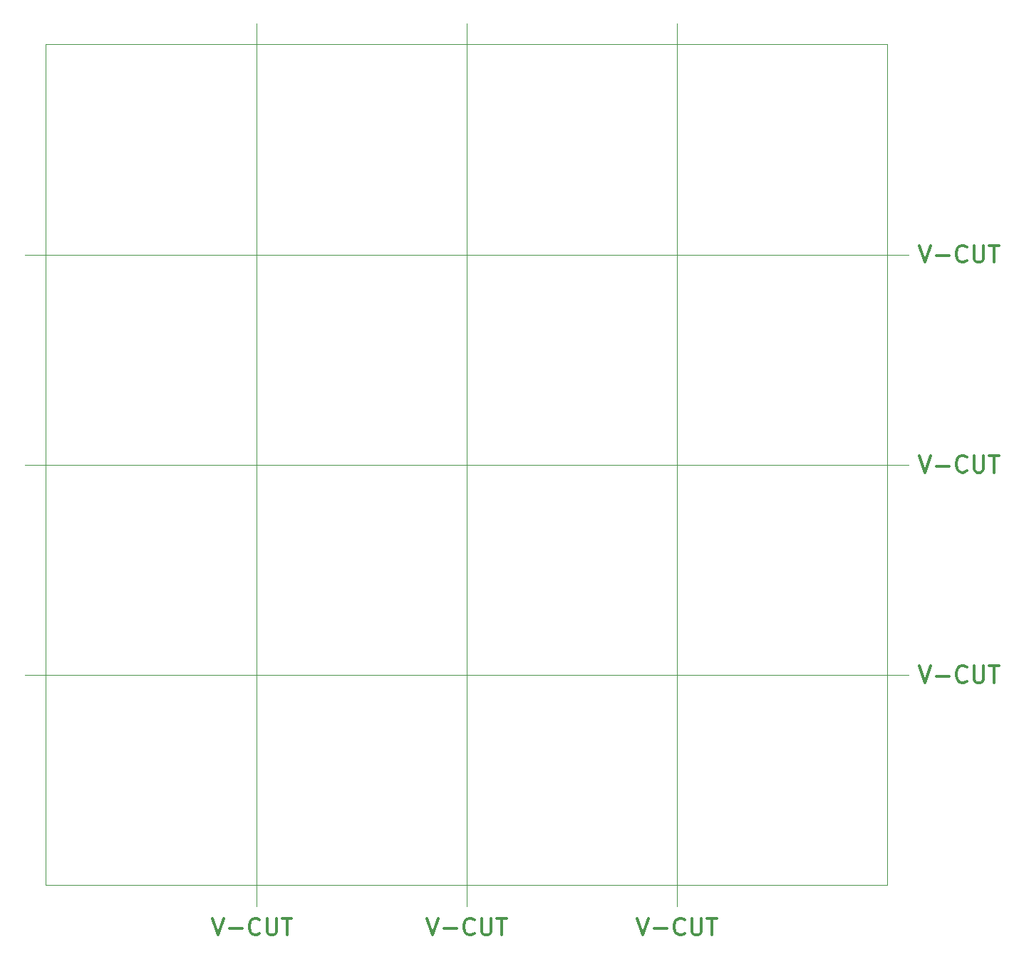
<source format=gbr>
G04 #@! TF.GenerationSoftware,KiCad,Pcbnew,(6.0.6)*
G04 #@! TF.CreationDate,2022-08-12T14:57:57+09:00*
G04 #@! TF.ProjectId,tutorial1-PNLZ,7475746f-7269-4616-9c31-2d504e4c5a2e,1*
G04 #@! TF.SameCoordinates,PX7bfa480PY7bfa480*
G04 #@! TF.FileFunction,Profile,NP*
%FSLAX46Y46*%
G04 Gerber Fmt 4.6, Leading zero omitted, Abs format (unit mm)*
G04 Created by KiCad (PCBNEW (6.0.6)) date 2022-08-12 14:57:57*
%MOMM*%
%LPD*%
G01*
G04 APERTURE LIST*
%ADD10C,0.300000*%
G04 #@! TA.AperFunction,Profile*
%ADD11C,0.100000*%
G04 #@! TD*
G04 APERTURE END LIST*
D10*
X-30214286Y-28904761D02*
X-29547620Y-30904761D01*
X-28880953Y-28904761D01*
X-28214286Y-30142857D02*
X-26690477Y-30142857D01*
X-24595239Y-30714285D02*
X-24690477Y-30809523D01*
X-24976191Y-30904761D01*
X-25166667Y-30904761D01*
X-25452381Y-30809523D01*
X-25642858Y-30619047D01*
X-25738096Y-30428571D01*
X-25833334Y-30047619D01*
X-25833334Y-29761904D01*
X-25738096Y-29380952D01*
X-25642858Y-29190476D01*
X-25452381Y-29000000D01*
X-25166667Y-28904761D01*
X-24976191Y-28904761D01*
X-24690477Y-29000000D01*
X-24595239Y-29095238D01*
X-23738096Y-28904761D02*
X-23738096Y-30523809D01*
X-23642858Y-30714285D01*
X-23547620Y-30809523D01*
X-23357143Y-30904761D01*
X-22976191Y-30904761D01*
X-22785715Y-30809523D01*
X-22690477Y-30714285D01*
X-22595239Y-30523809D01*
X-22595239Y-28904761D01*
X-21928572Y-28904761D02*
X-20785715Y-28904761D01*
X-21357143Y-30904761D02*
X-21357143Y-28904761D01*
X-4714286Y-28904761D02*
X-4047620Y-30904761D01*
X-3380953Y-28904761D01*
X-2714286Y-30142857D02*
X-1190477Y-30142857D01*
X904761Y-30714285D02*
X809523Y-30809523D01*
X523809Y-30904761D01*
X333333Y-30904761D01*
X47619Y-30809523D01*
X-142858Y-30619047D01*
X-238096Y-30428571D01*
X-333334Y-30047619D01*
X-333334Y-29761904D01*
X-238096Y-29380952D01*
X-142858Y-29190476D01*
X47619Y-29000000D01*
X333333Y-28904761D01*
X523809Y-28904761D01*
X809523Y-29000000D01*
X904761Y-29095238D01*
X1761904Y-28904761D02*
X1761904Y-30523809D01*
X1857142Y-30714285D01*
X1952380Y-30809523D01*
X2142857Y-30904761D01*
X2523809Y-30904761D01*
X2714285Y-30809523D01*
X2809523Y-30714285D01*
X2904761Y-30523809D01*
X2904761Y-28904761D01*
X3571428Y-28904761D02*
X4714285Y-28904761D01*
X4142857Y-30904761D02*
X4142857Y-28904761D01*
X20285714Y-28904761D02*
X20952380Y-30904761D01*
X21619047Y-28904761D01*
X22285714Y-30142857D02*
X23809523Y-30142857D01*
X25904761Y-30714285D02*
X25809523Y-30809523D01*
X25523809Y-30904761D01*
X25333333Y-30904761D01*
X25047619Y-30809523D01*
X24857142Y-30619047D01*
X24761904Y-30428571D01*
X24666666Y-30047619D01*
X24666666Y-29761904D01*
X24761904Y-29380952D01*
X24857142Y-29190476D01*
X25047619Y-29000000D01*
X25333333Y-28904761D01*
X25523809Y-28904761D01*
X25809523Y-29000000D01*
X25904761Y-29095238D01*
X26761904Y-28904761D02*
X26761904Y-30523809D01*
X26857142Y-30714285D01*
X26952380Y-30809523D01*
X27142857Y-30904761D01*
X27523809Y-30904761D01*
X27714285Y-30809523D01*
X27809523Y-30714285D01*
X27904761Y-30523809D01*
X27904761Y-28904761D01*
X28571428Y-28904761D02*
X29714285Y-28904761D01*
X29142857Y-30904761D02*
X29142857Y-28904761D01*
X53785714Y1095239D02*
X54452380Y-904761D01*
X55119047Y1095239D01*
X55785714Y-142857D02*
X57309523Y-142857D01*
X59404761Y-714285D02*
X59309523Y-809523D01*
X59023809Y-904761D01*
X58833333Y-904761D01*
X58547619Y-809523D01*
X58357142Y-619047D01*
X58261904Y-428571D01*
X58166666Y-47619D01*
X58166666Y238096D01*
X58261904Y619048D01*
X58357142Y809524D01*
X58547619Y1000000D01*
X58833333Y1095239D01*
X59023809Y1095239D01*
X59309523Y1000000D01*
X59404761Y904762D01*
X60261904Y1095239D02*
X60261904Y-523809D01*
X60357142Y-714285D01*
X60452380Y-809523D01*
X60642857Y-904761D01*
X61023809Y-904761D01*
X61214285Y-809523D01*
X61309523Y-714285D01*
X61404761Y-523809D01*
X61404761Y1095239D01*
X62071428Y1095239D02*
X63214285Y1095239D01*
X62642857Y-904761D02*
X62642857Y1095239D01*
X53785714Y26095239D02*
X54452380Y24095239D01*
X55119047Y26095239D01*
X55785714Y24857143D02*
X57309523Y24857143D01*
X59404761Y24285715D02*
X59309523Y24190477D01*
X59023809Y24095239D01*
X58833333Y24095239D01*
X58547619Y24190477D01*
X58357142Y24380953D01*
X58261904Y24571429D01*
X58166666Y24952381D01*
X58166666Y25238096D01*
X58261904Y25619048D01*
X58357142Y25809524D01*
X58547619Y26000000D01*
X58833333Y26095239D01*
X59023809Y26095239D01*
X59309523Y26000000D01*
X59404761Y25904762D01*
X60261904Y26095239D02*
X60261904Y24476191D01*
X60357142Y24285715D01*
X60452380Y24190477D01*
X60642857Y24095239D01*
X61023809Y24095239D01*
X61214285Y24190477D01*
X61309523Y24285715D01*
X61404761Y24476191D01*
X61404761Y26095239D01*
X62071428Y26095239D02*
X63214285Y26095239D01*
X62642857Y24095239D02*
X62642857Y26095239D01*
X53785714Y51095239D02*
X54452380Y49095239D01*
X55119047Y51095239D01*
X55785714Y49857143D02*
X57309523Y49857143D01*
X59404761Y49285715D02*
X59309523Y49190477D01*
X59023809Y49095239D01*
X58833333Y49095239D01*
X58547619Y49190477D01*
X58357142Y49380953D01*
X58261904Y49571429D01*
X58166666Y49952381D01*
X58166666Y50238096D01*
X58261904Y50619048D01*
X58357142Y50809524D01*
X58547619Y51000000D01*
X58833333Y51095239D01*
X59023809Y51095239D01*
X59309523Y51000000D01*
X59404761Y50904762D01*
X60261904Y51095239D02*
X60261904Y49476191D01*
X60357142Y49285715D01*
X60452380Y49190477D01*
X60642857Y49095239D01*
X61023809Y49095239D01*
X61214285Y49190477D01*
X61309523Y49285715D01*
X61404761Y49476191D01*
X61404761Y51095239D01*
X62071428Y51095239D02*
X63214285Y51095239D01*
X62642857Y49095239D02*
X62642857Y51095239D01*
D11*
X52500000Y0D02*
X-52500000Y0D01*
X-52500000Y25000000D02*
X52500000Y25000000D01*
X52500000Y50000000D02*
X-52500000Y50000000D01*
X25000000Y77500000D02*
X25000000Y-27500000D01*
X0Y-27500000D02*
X0Y77500000D01*
X-25000000Y77500000D02*
X-25000000Y-27500000D01*
X-50000000Y75000000D02*
X50000000Y75000000D01*
X50000000Y75000000D02*
X50000000Y-25000000D01*
X50000000Y-25000000D02*
X-50000000Y-25000000D01*
X-50000000Y-25000000D02*
X-50000000Y75000000D01*
M02*

</source>
